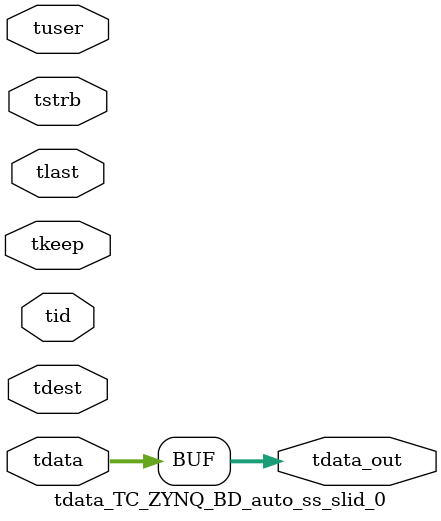
<source format=v>


`timescale 1ps/1ps

module tdata_TC_ZYNQ_BD_auto_ss_slid_0 #
(
parameter C_S_AXIS_TDATA_WIDTH = 32,
parameter C_S_AXIS_TUSER_WIDTH = 0,
parameter C_S_AXIS_TID_WIDTH   = 0,
parameter C_S_AXIS_TDEST_WIDTH = 0,
parameter C_M_AXIS_TDATA_WIDTH = 32
)
(
input  [(C_S_AXIS_TDATA_WIDTH == 0 ? 1 : C_S_AXIS_TDATA_WIDTH)-1:0     ] tdata,
input  [(C_S_AXIS_TUSER_WIDTH == 0 ? 1 : C_S_AXIS_TUSER_WIDTH)-1:0     ] tuser,
input  [(C_S_AXIS_TID_WIDTH   == 0 ? 1 : C_S_AXIS_TID_WIDTH)-1:0       ] tid,
input  [(C_S_AXIS_TDEST_WIDTH == 0 ? 1 : C_S_AXIS_TDEST_WIDTH)-1:0     ] tdest,
input  [(C_S_AXIS_TDATA_WIDTH/8)-1:0 ] tkeep,
input  [(C_S_AXIS_TDATA_WIDTH/8)-1:0 ] tstrb,
input                                                                    tlast,
output [C_M_AXIS_TDATA_WIDTH-1:0] tdata_out
);

assign tdata_out = {tdata[31:0]};

endmodule


</source>
